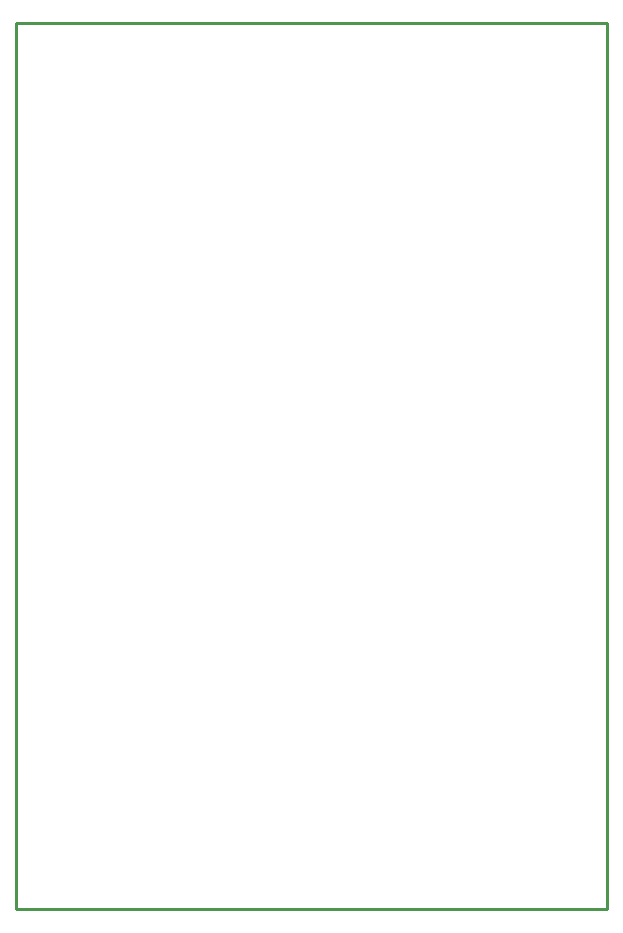
<source format=gko>
G04 Layer: BoardOutlineLayer*
G04 EasyEDA v6.5.22, 2023-04-11 18:51:13*
G04 Gerber Generator version 0.2*
G04 Scale: 100 percent, Rotated: No, Reflected: No *
G04 Dimensions in millimeters *
G04 leading zeros omitted , absolute positions ,4 integer and 5 decimal *
%FSLAX45Y45*%
%MOMM*%

%ADD10C,0.2540*%
D10*
X0Y0D02*
G01*
X4999990Y0D01*
X4999990Y-7499985D01*
X0Y-7499985D01*
X0Y0D01*

%LPD*%
M02*

</source>
